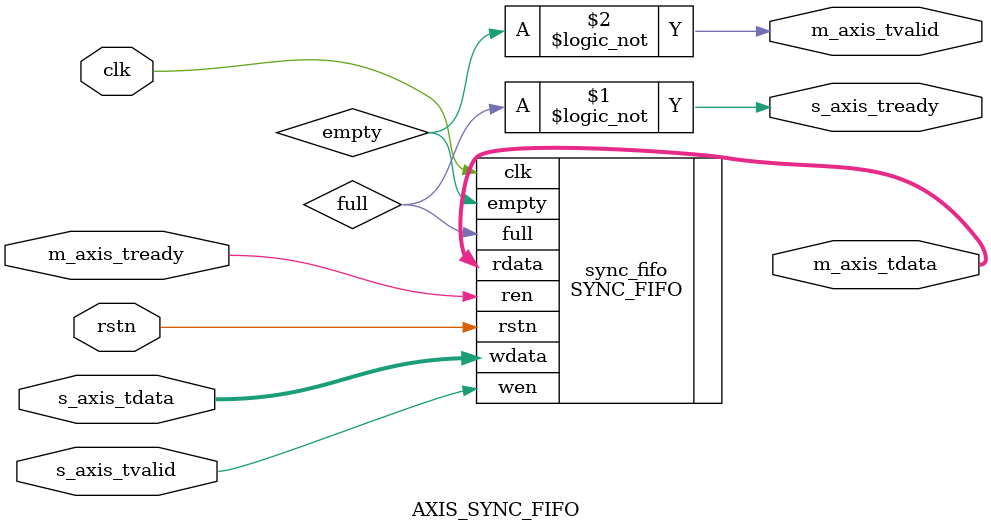
<source format=sv>
module AXIS_SYNC_FIFO #(
    parameter DEPTH = 16,
    parameter WIDTH = 8
) (
    input clk,
    input rstn,

    input [WIDTH-1:0] s_axis_tdata,
    input s_axis_tvalid,
    output logic s_axis_tready,

    output logic [WIDTH-1:0] m_axis_tdata,
    output logic m_axis_tvalid,
    input m_axis_tready
);

    logic full, empty;

    SYNC_FIFO #(DEPTH, WIDTH) sync_fifo (
        .clk(clk),
        .rstn(rstn),
        .wdata(s_axis_tdata),
        .wen(s_axis_tvalid),
        .full(full),
        .rdata(m_axis_tdata),
        .ren(m_axis_tready),
        .empty(empty)
    );
    
    assign s_axis_tready = !full;
    assign m_axis_tvalid = !empty;

    `ifdef FORMAL
        logic past_valid;
        initial past_valid = 0;
        always@(posedge clk)
            past_valid <= 1;

        initial m_axis_tvalid = 0;
        initial s_axis_tready = 1;
        // Reset
        always@(posedge clk)
            if (!$past(rstn))
                a0: assert (s_axis_tready && !m_axis_tvalid);

        // When m_axis_tready is 0 and m_axis_tvalid is 1, m_axis_tvalid and m_axis_tdata must not change until m_axis_tready is asserted
        always@(posedge clk)
            if(!$past(m_axis_tready) && $past(m_axis_tvalid) && past_valid && $past(rstn))
                a1: assert(m_axis_tvalid == $past(m_axis_tvalid) && m_axis_tdata == $past(m_axis_tdata));

    `endif
endmodule
</source>
